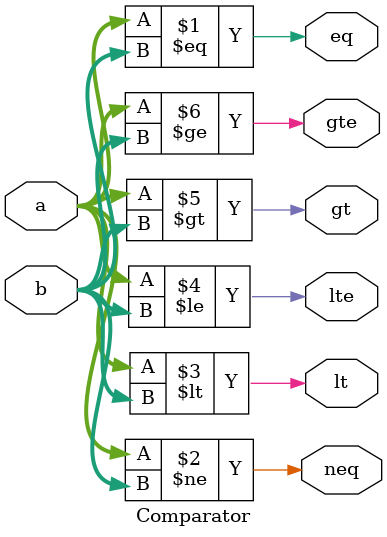
<source format=sv>
/*************************************************************************
/* School:    		Oregon State University
/* Engineers: 		Kyle Noble, Alvin Deng, Rogers Dong, Thomas Snyder
/* 
/* Date:      		05/05/2019
/* File Name: 		Comparator
/* Target Device:	DE-10 Lite
/* Tool Version:	Quartus Lite 18.0.0
/* Description:		A comparator that combines multiple functions in
/*			comparing numbers
/* Parameters:		N: Size of the busses, must be able to hold a and b
/*			
/*
/* Dependencies:
/*
/*
/**************************************************************************/
module Comparator #(parameter N = 6)
		   (input logic [N-1:0] a, b,
		   output logic eq,neq,lt,lte,gt,gte);
			
			assign eq = (a == b);
			assign neq = (a != b); 
			assign lt = (a < b); 
			assign lte = (a <= b); 
			assign gt = (a > b); 
			assign gte = (a >= b); 
			
endmodule

</source>
